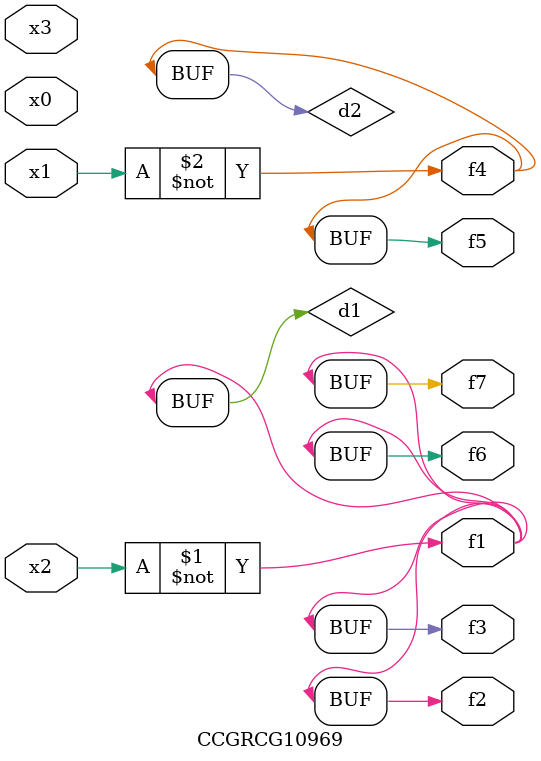
<source format=v>
module CCGRCG10969(
	input x0, x1, x2, x3,
	output f1, f2, f3, f4, f5, f6, f7
);

	wire d1, d2;

	xnor (d1, x2);
	not (d2, x1);
	assign f1 = d1;
	assign f2 = d1;
	assign f3 = d1;
	assign f4 = d2;
	assign f5 = d2;
	assign f6 = d1;
	assign f7 = d1;
endmodule

</source>
